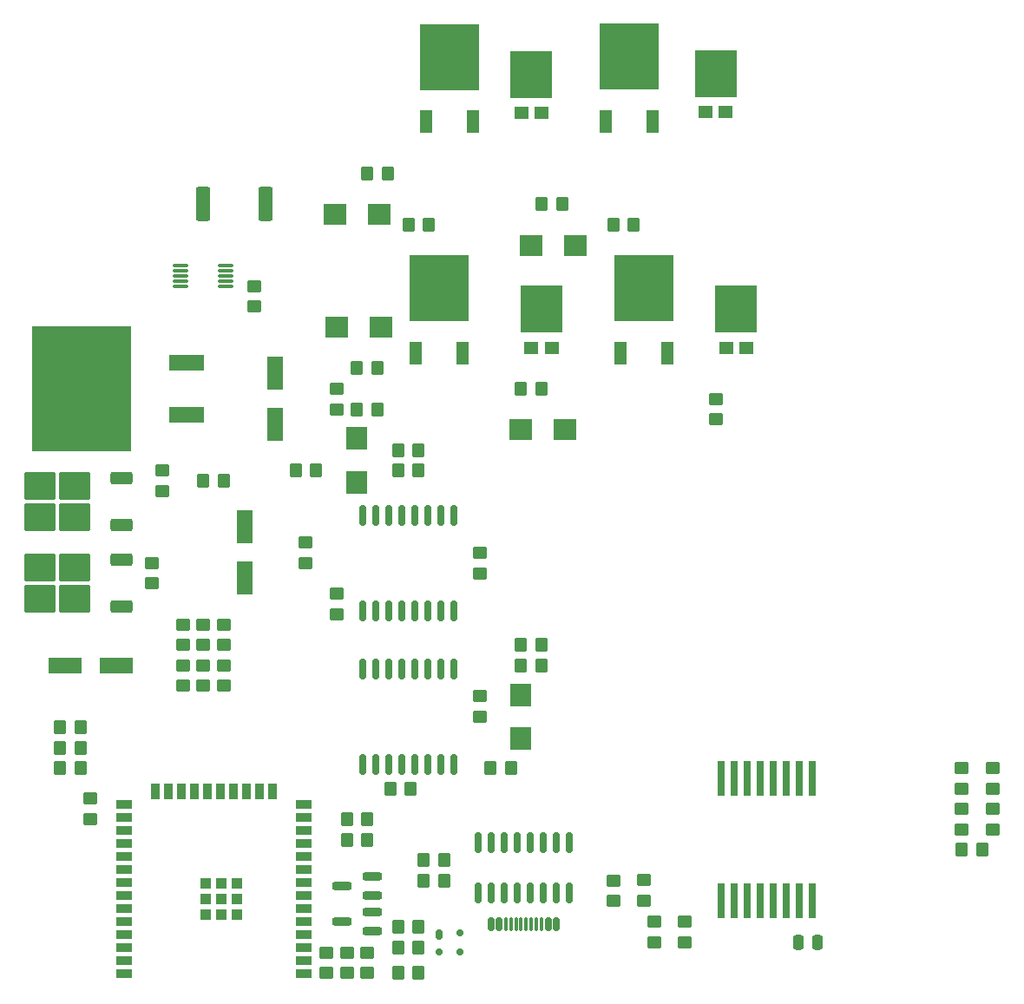
<source format=gbr>
%TF.GenerationSoftware,KiCad,Pcbnew,8.0.8*%
%TF.CreationDate,2025-01-31T07:59:06+01:00*%
%TF.ProjectId,H_bridge_PCB,485f6272-6964-4676-955f-5043422e6b69,rev?*%
%TF.SameCoordinates,Original*%
%TF.FileFunction,Paste,Top*%
%TF.FilePolarity,Positive*%
%FSLAX46Y46*%
G04 Gerber Fmt 4.6, Leading zero omitted, Abs format (unit mm)*
G04 Created by KiCad (PCBNEW 8.0.8) date 2025-01-31 07:59:06*
%MOMM*%
%LPD*%
G01*
G04 APERTURE LIST*
G04 Aperture macros list*
%AMRoundRect*
0 Rectangle with rounded corners*
0 $1 Rounding radius*
0 $2 $3 $4 $5 $6 $7 $8 $9 X,Y pos of 4 corners*
0 Add a 4 corners polygon primitive as box body*
4,1,4,$2,$3,$4,$5,$6,$7,$8,$9,$2,$3,0*
0 Add four circle primitives for the rounded corners*
1,1,$1+$1,$2,$3*
1,1,$1+$1,$4,$5*
1,1,$1+$1,$6,$7*
1,1,$1+$1,$8,$9*
0 Add four rect primitives between the rounded corners*
20,1,$1+$1,$2,$3,$4,$5,0*
20,1,$1+$1,$4,$5,$6,$7,0*
20,1,$1+$1,$6,$7,$8,$9,0*
20,1,$1+$1,$8,$9,$2,$3,0*%
G04 Aperture macros list end*
%ADD10RoundRect,0.250000X-0.350000X-0.450000X0.350000X-0.450000X0.350000X0.450000X-0.350000X0.450000X0*%
%ADD11RoundRect,0.075000X-0.650000X-0.075000X0.650000X-0.075000X0.650000X0.075000X-0.650000X0.075000X0*%
%ADD12RoundRect,0.250000X-0.450000X0.350000X-0.450000X-0.350000X0.450000X-0.350000X0.450000X0.350000X0*%
%ADD13RoundRect,0.250000X0.350000X0.450000X-0.350000X0.450000X-0.350000X-0.450000X0.350000X-0.450000X0*%
%ADD14R,0.800000X3.360000*%
%ADD15RoundRect,0.250000X0.450000X-0.350000X0.450000X0.350000X-0.450000X0.350000X-0.450000X-0.350000X0*%
%ADD16R,1.200000X2.200000*%
%ADD17R,5.800000X6.400000*%
%ADD18RoundRect,0.150000X-0.150000X-0.500000X0.150000X-0.500000X0.150000X0.500000X-0.150000X0.500000X0*%
%ADD19RoundRect,0.075000X-0.075000X-0.575000X0.075000X-0.575000X0.075000X0.575000X-0.075000X0.575000X0*%
%ADD20RoundRect,0.150000X-0.150000X0.875000X-0.150000X-0.875000X0.150000X-0.875000X0.150000X0.875000X0*%
%ADD21R,1.600000X3.200000*%
%ADD22R,1.500000X0.900000*%
%ADD23R,0.900000X1.500000*%
%ADD24R,1.050000X1.050000*%
%ADD25R,2.300000X2.150000*%
%ADD26R,1.450000X1.150000*%
%ADD27R,4.150000X4.650000*%
%ADD28RoundRect,0.150000X0.150000X-0.825000X0.150000X0.825000X-0.150000X0.825000X-0.150000X-0.825000X0*%
%ADD29RoundRect,0.200000X0.750000X0.200000X-0.750000X0.200000X-0.750000X-0.200000X0.750000X-0.200000X0*%
%ADD30R,3.500000X1.600000*%
%ADD31R,9.750000X12.200000*%
%ADD32RoundRect,0.250000X0.850000X0.350000X-0.850000X0.350000X-0.850000X-0.350000X0.850000X-0.350000X0*%
%ADD33RoundRect,0.250000X1.275000X1.125000X-1.275000X1.125000X-1.275000X-1.125000X1.275000X-1.125000X0*%
%ADD34RoundRect,0.250000X-0.250000X-0.475000X0.250000X-0.475000X0.250000X0.475000X-0.250000X0.475000X0*%
%ADD35R,3.200000X1.600000*%
%ADD36R,2.150000X2.300000*%
%ADD37RoundRect,0.249999X-0.450001X-1.425001X0.450001X-1.425001X0.450001X1.425001X-0.450001X1.425001X0*%
%ADD38RoundRect,0.175000X-0.175000X-0.325000X0.175000X-0.325000X0.175000X0.325000X-0.175000X0.325000X0*%
%ADD39RoundRect,0.150000X-0.200000X-0.150000X0.200000X-0.150000X0.200000X0.150000X-0.200000X0.150000X0*%
G04 APERTURE END LIST*
D10*
%TO.C,C4*%
X100000000Y-116000000D03*
X102000000Y-116000000D03*
%TD*%
D11*
%TO.C,U4*%
X66800000Y-79000000D03*
X66800000Y-79500000D03*
X66800000Y-80000000D03*
X66800000Y-80500000D03*
X66800000Y-81000000D03*
X71200000Y-81000000D03*
X71200000Y-80500000D03*
X71200000Y-80000000D03*
X71200000Y-79500000D03*
X71200000Y-79000000D03*
%TD*%
D12*
%TO.C,R39*%
X113000000Y-143000000D03*
X113000000Y-145000000D03*
%TD*%
%TO.C,C6*%
X96000000Y-107000000D03*
X96000000Y-109000000D03*
%TD*%
%TO.C,C10*%
X83000000Y-146000000D03*
X83000000Y-148000000D03*
%TD*%
D13*
%TO.C,R48*%
X85000000Y-133000000D03*
X83000000Y-133000000D03*
%TD*%
%TO.C,R5*%
X86000000Y-93000000D03*
X84000000Y-93000000D03*
%TD*%
D12*
%TO.C,R38*%
X116000000Y-143000000D03*
X116000000Y-145000000D03*
%TD*%
D14*
%TO.C,IC5*%
X128445000Y-129057000D03*
X127175000Y-129057000D03*
X125905000Y-129057000D03*
X124635000Y-129057000D03*
X123365000Y-129057000D03*
X122095000Y-129057000D03*
X120825000Y-129057000D03*
X119555000Y-129057000D03*
X119555000Y-140943000D03*
X120825000Y-140943000D03*
X122095000Y-140943000D03*
X123365000Y-140943000D03*
X124635000Y-140943000D03*
X125905000Y-140943000D03*
X127175000Y-140943000D03*
X128445000Y-140943000D03*
%TD*%
D10*
%TO.C,R40*%
X55000000Y-126050000D03*
X57000000Y-126050000D03*
%TD*%
%TO.C,R41*%
X55000000Y-128000000D03*
X57000000Y-128000000D03*
%TD*%
D15*
%TO.C,R15*%
X146000000Y-130000000D03*
X146000000Y-128000000D03*
%TD*%
D12*
%TO.C,C17*%
X65000000Y-99000000D03*
X65000000Y-101000000D03*
%TD*%
D16*
%TO.C,Q5*%
X90720000Y-64950000D03*
D17*
X93000000Y-58650000D03*
D16*
X95280000Y-64950000D03*
%TD*%
D12*
%TO.C,C12*%
X81000000Y-146000000D03*
X81000000Y-148000000D03*
%TD*%
D18*
%TO.C,P1*%
X97050000Y-143255000D03*
X97850000Y-143255000D03*
D19*
X99000000Y-143255000D03*
X100000000Y-143255000D03*
X100500000Y-143255000D03*
X101500000Y-143255000D03*
D18*
X102650000Y-143255000D03*
X103450000Y-143255000D03*
X103450000Y-143255000D03*
X102650000Y-143255000D03*
D19*
X102000000Y-143255000D03*
X101000000Y-143255000D03*
X99500000Y-143255000D03*
X98500000Y-143255000D03*
D18*
X97850000Y-143255000D03*
X97050000Y-143255000D03*
%TD*%
D13*
%TO.C,R8*%
X104000000Y-73000000D03*
X102000000Y-73000000D03*
%TD*%
D10*
%TO.C,C3*%
X88000000Y-99000000D03*
X90000000Y-99000000D03*
%TD*%
D13*
%TO.C,R3*%
X86000000Y-89000000D03*
X84000000Y-89000000D03*
%TD*%
D12*
%TO.C,C26*%
X79000000Y-106000000D03*
X79000000Y-108000000D03*
%TD*%
%TO.C,C14*%
X82000000Y-111000000D03*
X82000000Y-113000000D03*
%TD*%
D15*
%TO.C,R6*%
X119000000Y-94000000D03*
X119000000Y-92000000D03*
%TD*%
D10*
%TO.C,R4*%
X89000000Y-75000000D03*
X91000000Y-75000000D03*
%TD*%
D15*
%TO.C,C18*%
X74000000Y-83000000D03*
X74000000Y-81000000D03*
%TD*%
%TO.C,R46*%
X109000000Y-141000000D03*
X109000000Y-139000000D03*
%TD*%
D20*
%TO.C,U2*%
X93445000Y-103350000D03*
X92175000Y-103350000D03*
X90905000Y-103350000D03*
X89635000Y-103350000D03*
X88365000Y-103350000D03*
X87095000Y-103350000D03*
X85825000Y-103350000D03*
X84555000Y-103350000D03*
X84555000Y-112650000D03*
X85825000Y-112650000D03*
X87095000Y-112650000D03*
X88365000Y-112650000D03*
X89635000Y-112650000D03*
X90905000Y-112650000D03*
X92175000Y-112650000D03*
X93445000Y-112650000D03*
%TD*%
D10*
%TO.C,R30*%
X88000000Y-143500000D03*
X90000000Y-143500000D03*
%TD*%
%TO.C,C11*%
X69000000Y-100000000D03*
X71000000Y-100000000D03*
%TD*%
%TO.C,C15*%
X87250000Y-130000000D03*
X89250000Y-130000000D03*
%TD*%
D13*
%TO.C,R2*%
X87000000Y-70000000D03*
X85000000Y-70000000D03*
%TD*%
D21*
%TO.C,C7*%
X73000000Y-104500000D03*
X73000000Y-109500000D03*
%TD*%
D10*
%TO.C,R7*%
X109000000Y-75000000D03*
X111000000Y-75000000D03*
%TD*%
D12*
%TO.C,R14*%
X58000000Y-131000000D03*
X58000000Y-133000000D03*
%TD*%
%TO.C,C25*%
X82000000Y-91000000D03*
X82000000Y-93000000D03*
%TD*%
D22*
%TO.C,U1*%
X78807500Y-148090000D03*
X78807500Y-146820000D03*
X78807500Y-145550000D03*
X78807500Y-144280000D03*
X78807500Y-143010000D03*
X78807500Y-141740000D03*
X78807500Y-140470000D03*
X78807500Y-139200000D03*
X78807500Y-137930000D03*
X78807500Y-136660000D03*
X78807500Y-135390000D03*
X78807500Y-134120000D03*
X78807500Y-132850000D03*
X78807500Y-131580000D03*
D23*
X75767500Y-130330000D03*
X74497500Y-130330000D03*
X73227500Y-130330000D03*
X71957500Y-130330000D03*
X70687500Y-130330000D03*
X69417500Y-130330000D03*
X68147500Y-130330000D03*
X66877500Y-130330000D03*
X65607500Y-130330000D03*
X64337500Y-130330000D03*
D22*
X61307500Y-131580000D03*
X61307500Y-132850000D03*
X61307500Y-134120000D03*
X61307500Y-135390000D03*
X61307500Y-136660000D03*
X61307500Y-137930000D03*
X61307500Y-139200000D03*
X61307500Y-140470000D03*
X61307500Y-141740000D03*
X61307500Y-143010000D03*
X61307500Y-144280000D03*
X61307500Y-145550000D03*
X61307500Y-146820000D03*
X61307500Y-148090000D03*
D24*
X72262500Y-142275000D03*
X72262500Y-140750000D03*
X72262500Y-139225000D03*
X70737500Y-142275000D03*
X70737500Y-140750000D03*
X70737500Y-139225000D03*
X69212500Y-142275000D03*
X69212500Y-140750000D03*
X69212500Y-139225000D03*
%TD*%
D15*
%TO.C,R47*%
X112000000Y-140950000D03*
X112000000Y-138950000D03*
%TD*%
D25*
%TO.C,D10*%
X101000000Y-77000000D03*
X105300000Y-77000000D03*
%TD*%
D26*
%TO.C,D1*%
X101985000Y-64070000D03*
X100015000Y-64070000D03*
D27*
X101000000Y-60320000D03*
%TD*%
D26*
%TO.C,D3*%
X119970000Y-64000000D03*
X118000000Y-64000000D03*
D27*
X118985000Y-60250000D03*
%TD*%
D28*
%TO.C,U7*%
X95805000Y-140220000D03*
X97075000Y-140220000D03*
X98345000Y-140220000D03*
X99615000Y-140220000D03*
X100885000Y-140220000D03*
X102155000Y-140220000D03*
X103425000Y-140220000D03*
X104695000Y-140220000D03*
X104695000Y-135270000D03*
X103425000Y-135270000D03*
X102155000Y-135270000D03*
X100885000Y-135270000D03*
X99615000Y-135270000D03*
X98345000Y-135270000D03*
X97075000Y-135270000D03*
X95805000Y-135270000D03*
%TD*%
D29*
%TO.C,Q8*%
X85500000Y-143950000D03*
X85500000Y-142050000D03*
X82500000Y-143000000D03*
%TD*%
D15*
%TO.C,LED2*%
X71000000Y-116000000D03*
X71000000Y-114000000D03*
%TD*%
D30*
%TO.C,IC2*%
X67375000Y-88460000D03*
D31*
X57100000Y-91000000D03*
D30*
X67375000Y-93540000D03*
%TD*%
D32*
%TO.C,U5*%
X61040000Y-112280000D03*
D33*
X56415000Y-111525000D03*
X56415000Y-108475000D03*
X53065000Y-111525000D03*
X53065000Y-108475000D03*
D32*
X61040000Y-107720000D03*
%TD*%
D15*
%TO.C,R29*%
X69000000Y-120000000D03*
X69000000Y-118000000D03*
%TD*%
%TO.C,R28*%
X71000000Y-120000000D03*
X71000000Y-118000000D03*
%TD*%
D16*
%TO.C,Q9*%
X109720000Y-87500000D03*
D17*
X112000000Y-81200000D03*
D16*
X114280000Y-87500000D03*
%TD*%
D15*
%TO.C,R27*%
X67000000Y-120000000D03*
X67000000Y-118000000D03*
%TD*%
D29*
%TO.C,Q7*%
X85500000Y-140450000D03*
X85500000Y-138550000D03*
X82500000Y-139500000D03*
%TD*%
D15*
%TO.C,R16*%
X143000000Y-130000000D03*
X143000000Y-128000000D03*
%TD*%
%TO.C,LED3*%
X69000000Y-116000000D03*
X69000000Y-114000000D03*
%TD*%
D20*
%TO.C,U3*%
X93445000Y-118350000D03*
X92175000Y-118350000D03*
X90905000Y-118350000D03*
X89635000Y-118350000D03*
X88365000Y-118350000D03*
X87095000Y-118350000D03*
X85825000Y-118350000D03*
X84555000Y-118350000D03*
X84555000Y-127650000D03*
X85825000Y-127650000D03*
X87095000Y-127650000D03*
X88365000Y-127650000D03*
X89635000Y-127650000D03*
X90905000Y-127650000D03*
X92175000Y-127650000D03*
X93445000Y-127650000D03*
%TD*%
D25*
%TO.C,D7*%
X100000000Y-95000000D03*
X104300000Y-95000000D03*
%TD*%
D13*
%TO.C,R9*%
X102000000Y-91000000D03*
X100000000Y-91000000D03*
%TD*%
%TO.C,R10*%
X99000000Y-128000000D03*
X97000000Y-128000000D03*
%TD*%
D10*
%TO.C,C9*%
X88000000Y-148000000D03*
X90000000Y-148000000D03*
%TD*%
%TO.C,C27*%
X55000000Y-124000000D03*
X57000000Y-124000000D03*
%TD*%
D26*
%TO.C,D2*%
X102970000Y-87000000D03*
X101000000Y-87000000D03*
D27*
X101985000Y-83250000D03*
%TD*%
D12*
%TO.C,C1*%
X96000000Y-121000000D03*
X96000000Y-123000000D03*
%TD*%
D32*
%TO.C,U6*%
X61040000Y-104280000D03*
D33*
X56415000Y-103525000D03*
X56415000Y-100475000D03*
X53065000Y-103525000D03*
X53065000Y-100475000D03*
D32*
X61040000Y-99720000D03*
%TD*%
D13*
%TO.C,R31*%
X90000000Y-145500000D03*
X88000000Y-145500000D03*
%TD*%
D34*
%TO.C,C19*%
X127050000Y-145000000D03*
X128950000Y-145000000D03*
%TD*%
D16*
%TO.C,Q10*%
X108280000Y-64900000D03*
D17*
X110560000Y-58600000D03*
D16*
X112840000Y-64900000D03*
%TD*%
D10*
%TO.C,C2*%
X88000000Y-97000000D03*
X90000000Y-97000000D03*
%TD*%
D21*
%TO.C,C8*%
X76000000Y-89500000D03*
X76000000Y-94500000D03*
%TD*%
D35*
%TO.C,C23*%
X55500000Y-118000000D03*
X60500000Y-118000000D03*
%TD*%
D15*
%TO.C,R44*%
X143000000Y-134000000D03*
X143000000Y-132000000D03*
%TD*%
%TO.C,LED1*%
X67000000Y-116000000D03*
X67000000Y-114000000D03*
%TD*%
D13*
%TO.C,R24*%
X92500000Y-137000000D03*
X90500000Y-137000000D03*
%TD*%
D12*
%TO.C,R13*%
X85000000Y-146000000D03*
X85000000Y-148000000D03*
%TD*%
D36*
%TO.C,D6*%
X84000000Y-100150000D03*
X84000000Y-95850000D03*
%TD*%
D16*
%TO.C,Q6*%
X89720000Y-87500000D03*
D17*
X92000000Y-81200000D03*
D16*
X94280000Y-87500000D03*
%TD*%
D13*
%TO.C,R49*%
X85000000Y-135000000D03*
X83000000Y-135000000D03*
%TD*%
D10*
%TO.C,C5*%
X100000000Y-118000000D03*
X102000000Y-118000000D03*
%TD*%
D37*
%TO.C,R42*%
X68950000Y-73000000D03*
X75050000Y-73000000D03*
%TD*%
D13*
%TO.C,R1*%
X80000000Y-99000000D03*
X78000000Y-99000000D03*
%TD*%
D25*
%TO.C,D8*%
X81850000Y-74000000D03*
X86150000Y-74000000D03*
%TD*%
D15*
%TO.C,R43*%
X146000000Y-134000000D03*
X146000000Y-132000000D03*
%TD*%
D36*
%TO.C,D11*%
X100000000Y-120850000D03*
X100000000Y-125150000D03*
%TD*%
D26*
%TO.C,D5*%
X121970000Y-87000000D03*
X120000000Y-87000000D03*
D27*
X120985000Y-83250000D03*
%TD*%
D10*
%TO.C,R45*%
X143000000Y-136000000D03*
X145000000Y-136000000D03*
%TD*%
D13*
%TO.C,R23*%
X92500000Y-139000000D03*
X90500000Y-139000000D03*
%TD*%
D12*
%TO.C,C21*%
X64000000Y-108000000D03*
X64000000Y-110000000D03*
%TD*%
D25*
%TO.C,D9*%
X82000000Y-85000000D03*
X86300000Y-85000000D03*
%TD*%
D38*
%TO.C,D4*%
X92000000Y-144250000D03*
D39*
X92000000Y-145950000D03*
X94000000Y-145950000D03*
X94000000Y-144050000D03*
%TD*%
M02*

</source>
